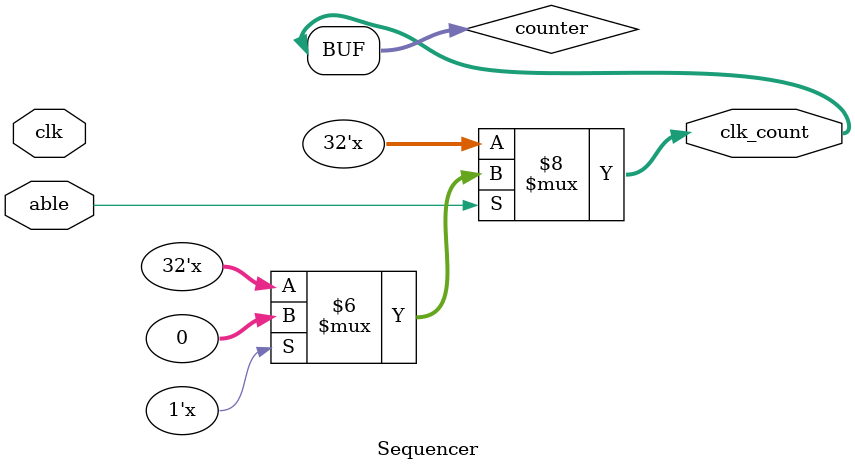
<source format=v>
module Sequencer #(
    parameter upper_bound = 1
) (
    input wire clk,
    input wire able,
    output wire[31:0] clk_count
);

reg [31:0] counter = 0;
always @(clk) begin: update_counter
    if(able)begin
        if (counter == upper_bound)begin
            counter <= 0;
        end else begin
            counter <= counter + 1;
        end
    end
end


assign clk_count = counter;
endmodule
</source>
